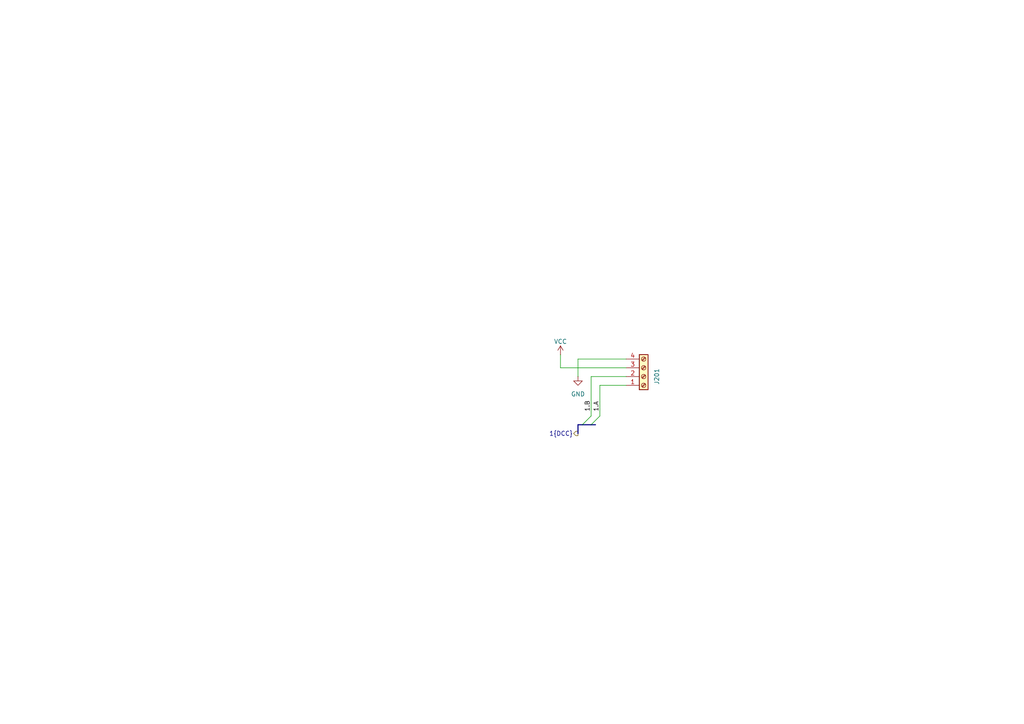
<source format=kicad_sch>
(kicad_sch (version 20231120) (generator "eeschema") (generator_version "8.0")
  (paper "A4")
  (lib_symbols
    (symbol "Connector:Screw_Terminal_01x04" (pin_names (offset 1.016) hide)
      (property "Reference" "J" (at 0 5.08 0))
      (property "Value" "Screw_Terminal_01x04" (at 0 -7.62 0))
      (symbol "Screw_Terminal_01x04_1_1"
        (rectangle (start -1.27 3.81) (end 1.27 -6.35) (stroke (width 0.254)) (fill (type background)))
        (circle (center 0 -5.08) (radius 0.635) (stroke (width 0.1524)))
        (circle (center 0 -2.54) (radius 0.635) (stroke (width 0.1524)))
        (polyline (pts (xy -0.5334 -4.7498) (xy 0.3302 -5.588)) (stroke (width 0.1524)))
        (polyline (pts (xy -0.5334 -2.2098) (xy 0.3302 -3.048)) (stroke (width 0.1524)))
        (polyline (pts (xy -0.5334 0.3302) (xy 0.3302 -0.508)) (stroke (width 0.1524)))
        (polyline (pts (xy -0.5334 2.8702) (xy 0.3302 2.032)) (stroke (width 0.1524)))
        (polyline (pts (xy -0.3556 -4.572) (xy 0.508 -5.4102)) (stroke (width 0.1524)))
        (polyline (pts (xy -0.3556 -2.032) (xy 0.508 -2.8702)) (stroke (width 0.1524)))
        (polyline (pts (xy -0.3556 0.508) (xy 0.508 -0.3302)) (stroke (width 0.1524)))
        (polyline (pts (xy -0.3556 3.048) (xy 0.508 2.2098)) (stroke (width 0.1524)))
        (circle (center 0 0) (radius 0.635) (stroke (width 0.1524)))
        (circle (center 0 2.54) (radius 0.635) (stroke (width 0.1524)))
        (pin passive line (at -5.08 2.54 0) (length 3.81) (name "Pin_1") (number "1"))
        (pin passive line (at -5.08 0 0) (length 3.81) (name "Pin_2") (number "2"))
        (pin passive line (at -5.08 -2.54 0) (length 3.81) (name "Pin_3") (number "3"))
        (pin passive line (at -5.08 -5.08 0) (length 3.81) (name "Pin_4") (number "4"))
      )
    )
    (symbol "power:GND" (power) (pin_numbers hide) (pin_names (offset 0) hide)
      (property "Value" "GND" (at 0 -3.81 0))
      (symbol "GND_0_1"
        (polyline (pts (xy 0 0) (xy 0 -1.27) (xy 1.27 -1.27) (xy 0 -2.54) (xy -1.27 -1.27) (xy 0 -1.27)))
      )
      (symbol "GND_1_1"
        (pin power_in line (at 0 0 270) (length 0) (name "~") (number "1"))
      )
    )
    (symbol "power:VCC" (power) (pin_numbers hide) (pin_names (offset 0) hide)
      (property "Value" "VCC" (at 0 3.556 0))
      (symbol "VCC_0_1"
        (polyline (pts (xy -0.762 1.27) (xy 0 2.54)))
        (polyline (pts (xy 0 0) (xy 0 2.54)))
        (polyline (pts (xy 0 2.54) (xy 0.762 1.27)))
      )
      (symbol "VCC_1_1"
        (pin power_in line (at 0 0 90) (length 0) (name "~") (number "1"))
      )
    )
  )
  (bus_entry (at 171.45 123.19) (size 2.54 -2.54))
  (bus_entry (at 168.91 123.19) (size 2.54 -2.54))
  (bus (pts (xy 168.91 123.19) (xy 167.64 123.19)))
  (wire (pts (xy 171.45 120.65) (xy 171.45 109.22)))
  (wire (pts (xy 162.56 102.87) (xy 162.56 106.68)))
  (bus (pts (xy 172.72 123.19) (xy 171.45 123.19)))
  (wire (pts (xy 181.61 109.22) (xy 171.45 109.22)))
  (bus (pts (xy 167.64 125.73) (xy 167.64 123.19)))
  (wire (pts (xy 181.61 106.68) (xy 162.56 106.68)))
  (wire (pts (xy 181.61 111.76) (xy 173.99 111.76)))
  (wire (pts (xy 181.61 104.14) (xy 167.64 104.14)))
  (bus (pts (xy 171.45 123.19) (xy 168.91 123.19)))
  (wire (pts (xy 167.64 104.14) (xy 167.64 109.22)))
  (wire (pts (xy 173.99 120.65) (xy 173.99 111.76)))
  (label "1.A" (at 173.99 119.38 90))
  (label "1.B" (at 171.45 119.38 90))
  (hierarchical_label "1{DCC}" (shape output) (at 167.64 125.73 180))
  (symbol (lib_id "Connector:Screw_Terminal_01x04") (at 186.69 109.22 0) (mirror x) (unit 1)
    (property "Reference" "J201" (at 190.5 109.22 90))
    (property "Value" "Screw_Terminal_01x04" (effects (hide yes)))
    (property "Footprint" "custom_kicad_lib_sk:connector_3.50mm_4P horizontal_MALE" (effects (hide yes)))
    (property "JLCPCB Part#" "C880574" (effects (hide yes)))
  )
  (symbol (lib_id "power:GND") (at 167.64 109.22 0) (mirror y) (unit 1)
    (property "Reference" "#PWR0201" (effects (hide yes)))
    (property "Value" "GND" (at 167.64 114.3 0))
    (property "Description" "Power symbol creates a global label with name \"GND\" , ground" (effects (hide yes)))
  )
  (symbol (lib_id "power:VCC") (at 162.56 102.87 0) (mirror y) (unit 1)
    (property "Reference" "#PWR0202" (effects (hide yes)))
    (property "Value" "VCC" (at 162.56 99.06 0))
    (property "Description" "Power symbol creates a global label with name \"VCC\"" (effects (hide yes)))
  )
)
</source>
